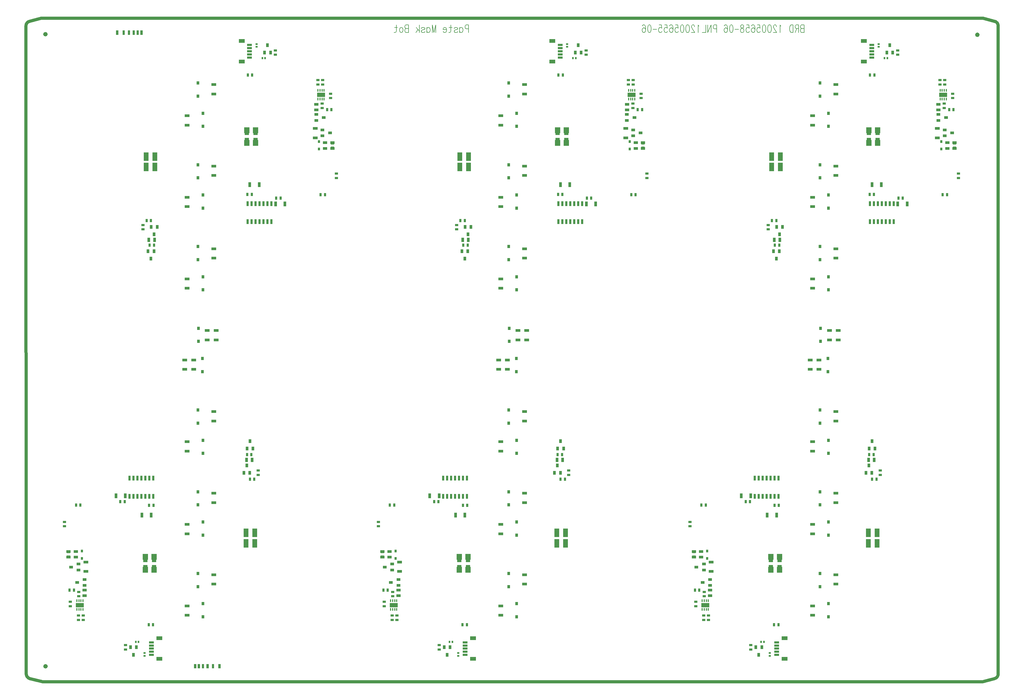
<source format=gbr>
*
G04 Job   : N:\Projects\COMUN\PSA\P07520_P2_Faceplate\C4_Not_Capacitive\12005658-18\panel_12005655\panel_12005655.pnl*
G04 User  : ESSECAE006:bolet001*
G04 Layer : 12005655-06-g12.gbr*
G04 Date  : Thu Mar 12 09:05:55 2020*
G04 equiv. Boardstation g12*
G04 Expedition Layer: Solder Paste - Bottom*
%ICAS*%
%MOIN*%
%FSDAX24Y24*%
%OFA0.0000B0.0000*%
G90*
G74*
%AMVB_RECTANGLE*
21,1,$1,$2,0,0,$3*
%
%ADD11C,0.00591*%
%ADD10C,0.03937*%
%ADD25VB_RECTANGLE,0.02362X0.03150X0.00000*%
%ADD19VB_RECTANGLE,0.02362X0.06102X90.00000*%
%ADD15VB_RECTANGLE,0.02756X0.01969X0.00000*%
%ADD14VB_RECTANGLE,0.02756X0.01969X90.00000*%
%ADD21VB_RECTANGLE,0.03150X0.01575X270.00000*%
%ADD12VB_RECTANGLE,0.03150X0.03937X0.00000*%
%ADD18VB_RECTANGLE,0.03937X0.02756X0.00000*%
%ADD16VB_RECTANGLE,0.03937X0.02756X90.00000*%
%ADD24VB_RECTANGLE,0.04724X0.03150X180.00000*%
%ADD17VB_RECTANGLE,0.04724X0.03150X270.00000*%
%ADD23VB_RECTANGLE,0.05118X0.03150X180.00000*%
%ADD20VB_RECTANGLE,0.05118X0.03150X90.00000*%
%ADD13VB_RECTANGLE,0.05906X0.03150X180.00000*%
%ADD28VB_RECTANGLE,0.05906X0.03150X270.00000*%
%ADD26VB_RECTANGLE,0.06299X0.02362X270.00000*%
%ADD70VB_RECTANGLE,0.07087X0.04724X0.00000*%
%ADD27VB_RECTANGLE,0.07087X0.06693X270.00000*%
%ADD22VB_RECTANGLE,0.09843X0.05118X180.00000*%
%ADD71VB_RECTANGLE,0.10630X0.06299X270.00000*%
G01*
G36*
X-110218Y079424D02*
G03X-110179Y079422I000039J000283D01*
X-109893Y079707J000285*
X-109896Y079746I000286*
G01X-110139*
Y079990*
G03X-110179Y079992I000040J000283*
X-110464Y079707J000285*
X-110462Y079668I000285*
G01X-110218*
Y079424*
Y079990D02*
Y079746D01*
X-110462*
G03X-110464Y079707I000283J000039*
X-110179Y079422I000285*
X-110139Y079424J000285*
G01Y079668*
X-109896*
G03X-109893Y079707I000283J000039*
X-110179Y079992I000286*
X-110218Y079990J000285*
G01X-110211Y-000339D02*
G03X-110172Y-000341I000039J000283D01*
X-109886Y-000056J000285*
X-109889Y-000017I000286*
G01X-110132*
Y000227*
G03X-110172Y000229I000040J000283*
X-110457Y-000056J000285*
X-110454Y-000095I000285*
G01X-110211*
Y-000339*
Y000227D02*
Y-000017D01*
X-110454*
G03X-110457Y-000056I000282J000039*
X-110172Y-000341I000285*
X-110132Y-000339J000285*
G01Y-000095*
X-109889*
G03X-109886Y-000056I000283J000039*
X-110172Y000229I000286*
X-110211Y000227J000285*
G01X-101269Y079626D02*
X-100993D01*
Y080177*
X-101269*
Y079626*
X-100442D02*
X-100167D01*
Y080177*
X-100442*
Y079626*
X-099773D02*
X-099497D01*
Y080177*
X-099773*
Y079626*
X-099182D02*
X-098907D01*
Y080177*
X-099182*
Y079626*
X-098671D02*
X-098395D01*
Y080177*
X-098671*
Y079626*
X-098198D02*
X-097923D01*
Y080177*
X-098198*
Y079626*
X-091435Y-000324D02*
X-091160D01*
Y000228*
X-091435*
Y-000324*
X-090963D02*
X-090687D01*
Y000228*
X-090963*
Y-000324*
X-090451D02*
X-090175D01*
Y000228*
X-090451*
Y-000324*
X-089861D02*
X-089585D01*
Y000228*
X-089861*
Y-000324*
X-089191D02*
X-088916D01*
Y000228*
X-089191*
Y-000324*
X-088364D02*
X-088089D01*
Y000228*
X-088364*
Y-000324*
X007331Y079353D02*
G03X007370Y079350I000039J000282D01*
X007656Y079635J000285*
X007653Y079675I000286*
G01X007410*
Y079918*
G03X007370Y079921I000040J000283*
X007085Y079635J000286*
X007088Y079596I000285*
G01X007331*
Y079353*
Y079918D02*
Y079675D01*
X007088*
G03X007085Y079635I000282J000040*
X007370Y079350I000285*
X007410Y079353J000285*
G01Y079596*
X007653*
G03X007656Y079635I000283J000039*
X007370Y079921I000286*
X007331Y079918J000286*
G37*
G54D10*
G01X009563Y-001602D02*
X008151Y-001987D01*
G02X007995Y-002008I000156J000570*
G01X-110504*
G02X-110658Y-001987J000591*
G01X-112161Y-001602*
G02X-112598Y-001032I000154J000570*
G01Y-001031*
X-112638Y080764*
G02X-112197Y081335I000591J000001*
G01X-110697Y081713*
G02X-110546Y081732I000151J000571*
X-110543J000590*
G01X007953*
G02X008102Y081713I000002J000590*
G01X009563Y081339*
G02X010000Y080768I000154J000571*
G01Y-001031*
Y-001032*
G02X009563Y-001602I000591*
G54D11*
G01X-065924Y080891D02*
Y080100D01*
X-065986Y079966*
X-066101Y079921*
X-066206*
X-065767Y080563D02*
X-066153D01*
X-065245D02*
X-065172Y080518D01*
X-065110Y080428*
X-065078Y080294*
Y080190*
X-065110Y080055*
X-065172Y079966*
X-065245Y079921*
X-065350*
X-065412Y079966*
X-065485Y080055*
X-065517Y080190*
Y080294*
X-065485Y080428*
X-065412Y080518*
X-065350Y080563*
X-065245*
X-064389Y080428D02*
X-064671D01*
X-064765Y080384*
X-064796Y080339*
X-064828Y080249*
Y080100*
X-064796Y080011*
X-064765Y079966*
X-064671Y079921*
X-064389*
Y080905*
X-064671*
X-064765Y080846*
X-064796Y080801*
X-064828Y080712*
Y080622*
X-064796Y080533*
X-064765Y080473*
X-064671Y080428*
X-063408Y080563D02*
X-063011Y080100D01*
X-063168Y080294D02*
X-063450Y079921D01*
X-063011Y080891D02*
Y079921D01*
X-062761Y080428D02*
X-062719Y080518D01*
X-062604Y080563*
X-062479*
X-062354Y080518*
X-062322Y080428*
X-062354Y080339*
X-062437Y080294*
X-062636Y080249*
X-062719Y080190*
X-062761Y080100*
Y080055*
X-062719Y079966*
X-062604Y079921*
X-062479*
X-062354Y079966*
X-062322Y080055*
X-062072Y080428D02*
X-061999Y080518D01*
X-061926Y080563*
X-061811*
X-061738Y080518*
X-061665Y080428*
X-061633Y080294*
Y080190*
X-061665Y080055*
X-061738Y079966*
X-061811Y079921*
X-061926*
X-061999Y079966*
X-062072Y080055*
Y080563D02*
Y079921D01*
X-060944D02*
Y080905D01*
X-061164Y079921*
X-061383Y080905*
Y079921*
X-059567Y080294D02*
X-060005D01*
Y080384*
X-059974Y080473*
X-059932Y080518*
X-059859Y080563*
X-059744*
X-059671Y080518*
X-059598Y080428*
X-059567Y080294*
Y080190*
X-059598Y080055*
X-059671Y079966*
X-059744Y079921*
X-059859*
X-059932Y079966*
X-060005Y080055*
X-059034Y080891D02*
Y080100D01*
X-059097Y079966*
X-059212Y079921*
X-059316*
X-058878Y080563D02*
X-059264D01*
X-058627Y080428D02*
X-058585Y080518D01*
X-058470Y080563*
X-058345*
X-058220Y080518*
X-058189Y080428*
X-058220Y080339*
X-058303Y080294*
X-058502Y080249*
X-058585Y080190*
X-058627Y080100*
Y080055*
X-058585Y079966*
X-058470Y079921*
X-058345*
X-058220Y079966*
X-058189Y080055*
X-057938Y080428D02*
X-057865Y080518D01*
X-057792Y080563*
X-057677*
X-057604Y080518*
X-057531Y080428*
X-057500Y080294*
Y080190*
X-057531Y080055*
X-057604Y079966*
X-057677Y079921*
X-057792*
X-057865Y079966*
X-057938Y080055*
Y080563D02*
Y079921D01*
X-056811D02*
Y080905D01*
X-057093*
X-057186Y080846*
X-057218Y080801*
X-057249Y080712*
Y080577*
X-057218Y080473*
X-057186Y080428*
X-057093Y080384*
X-056811*
X-034878Y080756D02*
X-034846Y080846D01*
X-034742Y080891*
X-034669*
X-034564Y080846*
X-034502Y080712*
X-034471Y080473*
Y080249*
X-034502Y080055*
X-034564Y079966*
X-034669Y079921*
X-034700*
X-034805Y079966*
X-034878Y080055*
X-034909Y080190*
Y080249*
X-034878Y080384*
X-034805Y080473*
X-034700Y080518*
X-034669*
X-034564Y080473*
X-034502Y080384*
X-034471Y080249*
X-033969Y080891D02*
X-033876Y080846D01*
X-033813Y080712*
X-033782Y080473*
Y080339*
X-033813Y080100*
X-033876Y079966*
X-033969Y079921*
X-034032*
X-034126Y079966*
X-034189Y080100*
X-034220Y080339*
Y080473*
X-034189Y080712*
X-034126Y080846*
X-034032Y080891*
X-033969*
X-033093Y080339D02*
X-033531D01*
X-032779Y080891D02*
X-032466D01*
X-032435Y080473*
X-032466Y080518*
X-032560Y080563*
X-032654*
X-032748Y080518*
X-032811Y080428*
X-032842Y080294*
Y080190*
X-032811Y080055*
X-032748Y079966*
X-032654Y079921*
X-032560*
X-032466Y079966*
X-032435Y080011*
X-032404Y080100*
X-032090Y080891D02*
X-031777D01*
X-031746Y080473*
X-031777Y080518*
X-031871Y080563*
X-031965*
X-032059Y080518*
X-032122Y080428*
X-032153Y080294*
Y080190*
X-032122Y080055*
X-032059Y079966*
X-031965Y079921*
X-031871*
X-031777Y079966*
X-031746Y080011*
X-031715Y080100*
X-031433Y080756D02*
X-031402Y080846D01*
X-031297Y080891*
X-031224*
X-031120Y080846*
X-031057Y080712*
X-031026Y080473*
Y080249*
X-031057Y080055*
X-031120Y079966*
X-031224Y079921*
X-031255*
X-031360Y079966*
X-031433Y080055*
X-031464Y080190*
Y080249*
X-031433Y080384*
X-031360Y080473*
X-031255Y080518*
X-031224*
X-031120Y080473*
X-031057Y080384*
X-031026Y080249*
X-030713Y080891D02*
X-030399D01*
X-030368Y080473*
X-030399Y080518*
X-030493Y080563*
X-030587*
X-030681Y080518*
X-030744Y080428*
X-030775Y080294*
Y080190*
X-030744Y080055*
X-030681Y079966*
X-030587Y079921*
X-030493*
X-030399Y079966*
X-030368Y080011*
X-030337Y080100*
X-029836Y080891D02*
X-029742Y080846D01*
X-029679Y080712*
X-029648Y080473*
Y080339*
X-029679Y080100*
X-029742Y079966*
X-029836Y079921*
X-029898*
X-029992Y079966*
X-030055Y080100*
X-030086Y080339*
Y080473*
X-030055Y080712*
X-029992Y080846*
X-029898Y080891*
X-029836*
X-029147D02*
X-029053Y080846D01*
X-028990Y080712*
X-028959Y080473*
Y080339*
X-028990Y080100*
X-029053Y079966*
X-029147Y079921*
X-029209*
X-029303Y079966*
X-029366Y080100*
X-029397Y080339*
Y080473*
X-029366Y080712*
X-029303Y080846*
X-029209Y080891*
X-029147*
X-028301Y080667D02*
Y080712D01*
X-028333Y080801*
X-028364Y080846*
X-028426Y080905*
X-028552*
X-028614Y080846*
X-028646Y080801*
X-028677Y080712*
Y080622*
X-028646Y080533*
X-028583Y080384*
X-028270Y079921*
X-028708*
X-027748Y080712D02*
X-027790Y080756D01*
X-027842Y080891*
Y079921*
X-026892Y080905D02*
Y079921D01*
X-027330*
X-026203D02*
Y080905D01*
X-026641Y079921*
Y080905*
X-025514Y079921D02*
Y080905D01*
X-025796*
X-025890Y080846*
X-025921Y080801*
X-025952Y080712*
Y080577*
X-025921Y080473*
X-025890Y080428*
X-025796Y080384*
X-025514*
X-024543Y080756D02*
X-024512Y080846D01*
X-024408Y080891*
X-024334*
X-024230Y080846*
X-024167Y080712*
X-024136Y080473*
Y080249*
X-024167Y080055*
X-024230Y079966*
X-024334Y079921*
X-024366*
X-024470Y079966*
X-024543Y080055*
X-024575Y080190*
Y080249*
X-024543Y080384*
X-024470Y080473*
X-024366Y080518*
X-024334*
X-024230Y080473*
X-024167Y080384*
X-024136Y080249*
X-023635Y080891D02*
X-023541Y080846D01*
X-023478Y080712*
X-023447Y080473*
Y080339*
X-023478Y080100*
X-023541Y079966*
X-023635Y079921*
X-023698*
X-023792Y079966*
X-023854Y080100*
X-023886Y080339*
Y080473*
X-023854Y080712*
X-023792Y080846*
X-023698Y080891*
X-023635*
X-022758Y080339D02*
X-023197D01*
X-022226Y080891D02*
X-022132Y080846D01*
X-022101Y080756*
Y080667*
X-022132Y080563*
X-022194Y080518*
X-022320Y080473*
X-022414Y080428*
X-022476Y080339*
X-022508Y080249*
Y080100*
X-022476Y080011*
X-022445Y079966*
X-022351Y079921*
X-022226*
X-022132Y079966*
X-022101Y080011*
X-022069Y080100*
Y080249*
X-022101Y080339*
X-022163Y080428*
X-022257Y080473*
X-022382Y080518*
X-022445Y080563*
X-022476Y080667*
Y080756*
X-022445Y080846*
X-022351Y080891*
X-022226*
X-021756D02*
X-021443D01*
X-021412Y080473*
X-021443Y080518*
X-021537Y080563*
X-021631*
X-021725Y080518*
X-021787Y080428*
X-021819Y080294*
Y080190*
X-021787Y080055*
X-021725Y079966*
X-021631Y079921*
X-021537*
X-021443Y079966*
X-021412Y080011*
X-021380Y080100*
X-021098Y080756D02*
X-021067Y080846D01*
X-020963Y080891*
X-020890*
X-020785Y080846*
X-020723Y080712*
X-020691Y080473*
Y080249*
X-020723Y080055*
X-020785Y079966*
X-020890Y079921*
X-020921*
X-021025Y079966*
X-021098Y080055*
X-021130Y080190*
Y080249*
X-021098Y080384*
X-021025Y080473*
X-020921Y080518*
X-020890*
X-020785Y080473*
X-020723Y080384*
X-020691Y080249*
X-020378Y080891D02*
X-020065D01*
X-020034Y080473*
X-020065Y080518*
X-020159Y080563*
X-020253*
X-020347Y080518*
X-020409Y080428*
X-020441Y080294*
Y080190*
X-020409Y080055*
X-020347Y079966*
X-020253Y079921*
X-020159*
X-020065Y079966*
X-020034Y080011*
X-020002Y080100*
X-019501Y080891D02*
X-019407Y080846D01*
X-019345Y080712*
X-019313Y080473*
Y080339*
X-019345Y080100*
X-019407Y079966*
X-019501Y079921*
X-019564*
X-019658Y079966*
X-019720Y080100*
X-019752Y080339*
Y080473*
X-019720Y080712*
X-019658Y080846*
X-019564Y080891*
X-019501*
X-018812D02*
X-018718Y080846D01*
X-018656Y080712*
X-018624Y080473*
Y080339*
X-018656Y080100*
X-018718Y079966*
X-018812Y079921*
X-018875*
X-018969Y079966*
X-019032Y080100*
X-019063Y080339*
Y080473*
X-019032Y080712*
X-018969Y080846*
X-018875Y080891*
X-018812*
X-017967Y080667D02*
Y080712D01*
X-017998Y080801*
X-018029Y080846*
X-018092Y080905*
X-018217*
X-018280Y080846*
X-018311Y080801*
X-018343Y080712*
Y080622*
X-018311Y080533*
X-018249Y080384*
X-017935Y079921*
X-018374*
X-017414Y080712D02*
X-017455Y080756D01*
X-017507Y080891*
Y079921*
X-015869Y080905D02*
X-016088D01*
X-016182Y080846*
X-016244Y080756*
X-016276Y080667*
X-016307Y080533*
Y080294*
X-016276Y080160*
X-016244Y080055*
X-016182Y079966*
X-016088Y079921*
X-015869*
Y080905*
X-015399Y080428D02*
X-015618Y079921D01*
X-015180D02*
Y080905D01*
X-015461*
X-015555Y080846*
X-015587Y080801*
X-015618Y080712*
Y080622*
X-015587Y080533*
X-015555Y080473*
X-015461Y080428*
X-015180*
X-014491D02*
X-014772D01*
X-014866Y080384*
X-014898Y080339*
X-014929Y080249*
Y080100*
X-014898Y080011*
X-014866Y079966*
X-014772Y079921*
X-014491*
Y080905*
X-014772*
X-014866Y080846*
X-014898Y080801*
X-014929Y080712*
Y080622*
X-014898Y080533*
X-014866Y080473*
X-014772Y080428*
G54D12*
X-090938Y030630D03*
Y051260D03*
Y071890D03*
Y020311D03*
Y061575D03*
Y010000D03*
Y032283D03*
Y052913D03*
Y073543D03*
Y021965D03*
Y063228D03*
Y011653D03*
X-090878Y040945D03*
Y042598D03*
X-090366Y037135D03*
Y038788D03*
X-090307Y068080D03*
Y016505D03*
Y057768D03*
Y006190D03*
Y026820D03*
Y047450D03*
Y069733D03*
Y018158D03*
Y059422D03*
Y007843D03*
Y028473D03*
Y049103D03*
X-051752Y030630D03*
Y051260D03*
Y071890D03*
Y020311D03*
Y061575D03*
Y010000D03*
Y032283D03*
Y052913D03*
Y073543D03*
Y021965D03*
Y063228D03*
Y011653D03*
X-051693Y040945D03*
Y042598D03*
X-050788Y037135D03*
Y038788D03*
X-050728Y068080D03*
Y016505D03*
Y057768D03*
Y006190D03*
Y026820D03*
Y047450D03*
Y069733D03*
Y018158D03*
Y059422D03*
Y007843D03*
Y028473D03*
Y049103D03*
X-012461Y030630D03*
Y051260D03*
Y071890D03*
Y020311D03*
Y061575D03*
Y010000D03*
Y032283D03*
Y052913D03*
Y073543D03*
Y021965D03*
Y063228D03*
Y011653D03*
X-012401Y040945D03*
Y042598D03*
X-011484Y037135D03*
Y038788D03*
X-011425Y068080D03*
Y016505D03*
Y057768D03*
Y006190D03*
Y026820D03*
Y047450D03*
Y069733D03*
Y018158D03*
Y059422D03*
Y007843D03*
Y028473D03*
Y049103D03*
G54D13*
X-105085Y011919D03*
Y013100D03*
X-092598Y037418D03*
Y038599D03*
X-092307Y006387D03*
Y007568D03*
Y016662D03*
Y017843D03*
Y027103D03*
Y028284D03*
Y047646D03*
Y048827D03*
Y057957D03*
Y059139D03*
Y068237D03*
Y069418D03*
X-091480Y037418D03*
Y038599D03*
X-089764Y041134D03*
Y042315D03*
X-088938Y010315D03*
Y011496D03*
Y020594D03*
Y021776D03*
Y030906D03*
Y032087D03*
Y051449D03*
Y052630D03*
Y061890D03*
Y063071D03*
Y072165D03*
Y073346D03*
X-088646Y041134D03*
Y042315D03*
X-076160Y066633D03*
Y067814D03*
X-065506Y011919D03*
Y013100D03*
X-053020Y037418D03*
Y038599D03*
X-052728Y006387D03*
Y007568D03*
Y016662D03*
Y017843D03*
Y027103D03*
Y028284D03*
Y047646D03*
Y048827D03*
Y057957D03*
Y059139D03*
Y068237D03*
Y069418D03*
X-051902Y037418D03*
Y038599D03*
X-050579Y041134D03*
Y042315D03*
X-049752Y010315D03*
Y011496D03*
Y020594D03*
Y021776D03*
Y030906D03*
Y032087D03*
Y051449D03*
Y052630D03*
Y061890D03*
Y063071D03*
Y072165D03*
Y073346D03*
X-049461Y041134D03*
Y042315D03*
X-036975Y066633D03*
Y067814D03*
X-026202Y011919D03*
Y013100D03*
X-013716Y037418D03*
Y038599D03*
X-013425Y006387D03*
Y007568D03*
Y016662D03*
Y017843D03*
Y027103D03*
Y028284D03*
Y047646D03*
Y048827D03*
Y057957D03*
Y059139D03*
Y068237D03*
Y069418D03*
X-012598Y037418D03*
Y038599D03*
X-011287Y041134D03*
Y042315D03*
X-010461Y010315D03*
Y011496D03*
Y020594D03*
Y021776D03*
Y030906D03*
Y032087D03*
Y051449D03*
Y052630D03*
Y061890D03*
Y063071D03*
Y072165D03*
Y073346D03*
X-010169Y041134D03*
Y042315D03*
X002317Y066633D03*
Y067814D03*
G54D14*
X-098783Y003031D03*
X-098428D03*
X-082816Y076702D03*
X-082462D03*
X-059204Y003031D03*
X-058850D03*
X-043631Y076702D03*
X-043277D03*
X-019900Y003031D03*
X-019546D03*
X-004339Y076702D03*
X-003985D03*
G54D15*
X-097688Y001263D03*
Y001618D03*
X-083556Y078115D03*
Y078470D03*
X-058109Y001263D03*
Y001618D03*
X-044371Y078115D03*
Y078470D03*
X-018806Y001263D03*
Y001618D03*
X-005079Y078115D03*
Y078470D03*
G54D16*
X-107138Y009543D03*
X-106587D03*
X-106318Y020288D03*
X-105766D03*
X-100728Y020717D03*
X-100177D03*
X-097413Y056190D03*
X-097146Y005184D03*
X-097098Y020254D03*
X-097043Y053084D03*
X-096862Y056190D03*
X-096595Y005184D03*
X-096547Y020254D03*
X-096492Y053084D03*
X-084753Y026649D03*
X-084697Y059479D03*
X-084649Y074549D03*
X-084382Y023543D03*
X-084201Y026649D03*
X-084146Y059479D03*
X-084098Y074549D03*
X-083831Y023543D03*
X-081068Y059016D03*
X-080516D03*
X-075478Y059445D03*
X-074927D03*
X-074658Y070190D03*
X-074107D03*
X-067559Y009543D03*
X-067008D03*
X-066739Y020288D03*
X-066188D03*
X-061150Y020717D03*
X-060598D03*
X-057835Y056190D03*
X-057568Y005184D03*
X-057520Y020254D03*
X-057465Y053084D03*
X-057283Y056190D03*
X-057017Y005184D03*
X-056969Y020254D03*
X-056913Y053084D03*
X-045567Y026649D03*
X-045512Y059479D03*
X-045464Y074549D03*
X-045197Y023543D03*
X-045016Y026649D03*
X-044961Y059479D03*
X-044913Y074549D03*
X-044646Y023543D03*
X-041882Y059016D03*
X-041331D03*
X-036293Y059445D03*
X-035742D03*
X-035472Y070190D03*
X-034921D03*
X-028256Y009543D03*
X-027705D03*
X-027435Y020288D03*
X-026884D03*
X-021846Y020717D03*
X-021295D03*
X-018531Y056190D03*
X-018264Y005184D03*
X-018216Y020254D03*
X-018161Y053084D03*
X-017980Y056190D03*
X-017713Y005184D03*
X-017665Y020254D03*
X-017610Y053084D03*
X-006276Y026649D03*
X-006220Y059479D03*
X-006172Y074549D03*
X-005906Y023543D03*
X-005724Y026649D03*
X-005669Y059479D03*
X-005621Y074549D03*
X-005354Y023543D03*
X-002591Y059016D03*
X-002039D03*
X002999Y059445D03*
X003550D03*
X003819Y070190D03*
X004370D03*
G54D17*
X-099457Y002347D03*
X-099083Y001402D03*
X-098709Y002347D03*
X-097236Y052320D03*
X-096862Y051375D03*
X-096839Y055390D03*
X-096488Y052320D03*
X-096465Y054446D03*
X-096091Y055390D03*
X-085154Y024343D03*
X-084780Y025287D03*
X-084756Y027413D03*
X-084406Y024343D03*
X-084382Y028358D03*
X-084008Y027413D03*
X-082536Y077386D03*
X-082162Y078331D03*
X-081788Y077386D03*
X-059878Y002347D03*
X-059504Y001402D03*
X-059130Y002347D03*
X-057657Y052320D03*
X-057283Y051375D03*
X-057260Y055390D03*
X-056909Y052320D03*
X-056886Y054446D03*
X-056512Y055390D03*
X-045969Y024343D03*
X-045595Y025287D03*
X-045571Y027413D03*
X-045221Y024343D03*
X-045197Y028358D03*
X-044823Y027413D03*
X-043351Y077386D03*
X-042977Y078331D03*
X-042603Y077386D03*
X-020574Y002347D03*
X-020200Y001402D03*
X-019826Y002347D03*
X-018354Y052320D03*
X-017980Y051375D03*
X-017956Y055390D03*
X-017606Y052320D03*
X-017582Y054446D03*
X-017208Y055390D03*
X-006677Y024343D03*
X-006303Y025287D03*
X-006280Y027413D03*
X-005929Y024343D03*
X-005906Y028358D03*
X-005531Y027413D03*
X-004059Y077386D03*
X-003685Y078331D03*
X-003311Y077386D03*
G54D18*
X-107764Y017619D03*
Y018170D03*
X-107263Y013803D03*
Y014354D03*
X-107028Y007536D03*
Y008087D03*
X-106024Y005808D03*
Y006359D03*
X-105971Y008783D03*
Y009334D03*
X-105419Y005808D03*
Y006359D03*
X-100078Y002073D03*
Y002624D03*
X-097886Y055087D03*
Y055639D03*
X-083359Y024094D03*
Y024646D03*
X-081167Y077109D03*
Y077660D03*
X-075826Y073374D03*
Y073925D03*
X-075274Y070399D03*
Y070950D03*
X-075221Y073374D03*
Y073925D03*
X-074217Y071646D03*
Y072197D03*
X-073981Y065379D03*
Y065930D03*
X-073481Y061563D03*
Y062114D03*
X-068185Y017619D03*
Y018170D03*
X-067685Y013803D03*
Y014354D03*
X-067449Y007536D03*
Y008087D03*
X-066445Y005808D03*
Y006359D03*
X-066392Y008783D03*
Y009334D03*
X-065840Y005808D03*
Y006359D03*
X-060499Y002073D03*
Y002624D03*
X-058307Y055087D03*
Y055639D03*
X-044173Y024094D03*
Y024646D03*
X-041982Y077109D03*
Y077660D03*
X-036641Y073374D03*
Y073925D03*
X-036089Y070399D03*
Y070950D03*
X-036036Y073374D03*
Y073925D03*
X-035032Y071646D03*
Y072197D03*
X-034796Y065379D03*
Y065930D03*
X-034295Y061563D03*
Y062114D03*
X-028882Y017619D03*
Y018170D03*
X-028381Y013803D03*
Y014354D03*
X-028145Y007536D03*
Y008087D03*
X-027141Y005808D03*
Y006359D03*
X-027088Y008783D03*
Y009334D03*
X-026536Y005808D03*
Y006359D03*
X-021195Y002073D03*
Y002624D03*
X-019004Y055087D03*
Y055639D03*
X-004882Y024094D03*
Y024646D03*
X-002690Y077109D03*
Y077660D03*
X002651Y073374D03*
Y073925D03*
X003203Y070399D03*
Y070950D03*
X003256Y073374D03*
Y073925D03*
X004260Y071646D03*
Y072197D03*
X004496Y065379D03*
Y065930D03*
X004996Y061563D03*
Y062114D03*
G54D19*
X-096814Y001388D03*
Y001782D03*
Y002176D03*
Y002570D03*
Y002963D03*
X-084430Y076770D03*
Y077163D03*
Y077557D03*
Y077951D03*
Y078345D03*
X-057236Y001388D03*
Y001782D03*
Y002176D03*
Y002570D03*
Y002963D03*
X-045245Y076770D03*
Y077163D03*
Y077557D03*
Y077951D03*
Y078345D03*
X-017932Y001388D03*
Y001782D03*
Y002176D03*
Y002570D03*
Y002963D03*
X-005953Y076770D03*
Y077163D03*
Y077557D03*
Y077951D03*
Y078345D03*
G54D20*
X-097130Y053753D03*
X-096421D03*
X-084823Y025980D03*
X-084115D03*
X-057551Y053753D03*
X-056843D03*
X-045638Y025980D03*
X-044929D03*
X-018248Y053753D03*
X-017539D03*
X-006346Y025980D03*
X-005638D03*
G54D21*
X-106215Y007115D03*
Y008217D03*
X-105959Y007115D03*
Y008217D03*
X-105703Y007115D03*
Y008217D03*
X-105447Y007115D03*
Y008217D03*
X-075798Y071516D03*
Y072618D03*
X-075542Y071516D03*
Y072618D03*
X-075286Y071516D03*
Y072618D03*
X-075030Y071516D03*
Y072618D03*
X-066636Y007115D03*
Y008217D03*
X-066380Y007115D03*
Y008217D03*
X-066124Y007115D03*
Y008217D03*
X-065868Y007115D03*
Y008217D03*
X-036612Y071516D03*
Y072618D03*
X-036357Y071516D03*
Y072618D03*
X-036101Y071516D03*
Y072618D03*
X-035845Y071516D03*
Y072618D03*
X-027332Y007115D03*
Y008217D03*
X-027076Y007115D03*
Y008217D03*
X-026820Y007115D03*
Y008217D03*
X-026565Y007115D03*
Y008217D03*
X002679Y071516D03*
Y072618D03*
X002935Y071516D03*
Y072618D03*
X003191Y071516D03*
Y072618D03*
X003447Y071516D03*
Y072618D03*
G54D22*
X-105831Y007666D03*
X-075414Y072067D03*
X-066252Y007666D03*
X-036229Y072067D03*
X-026948Y007666D03*
X003063Y072067D03*
G54D23*
X-107263Y013724D03*
Y014433D03*
X-106345Y013724D03*
Y014433D03*
X-105236Y008861D03*
Y009569D03*
X-097570Y012561D03*
Y013270D03*
X-096473Y012561D03*
Y013270D03*
X-084772Y066463D03*
Y067172D03*
X-083675Y066463D03*
Y067172D03*
X-076009Y070164D03*
Y070872D03*
X-074900Y065300D03*
Y066009D03*
X-073981Y065300D03*
Y066009D03*
X-067685Y013724D03*
Y014433D03*
X-066766Y013724D03*
Y014433D03*
X-065657Y008861D03*
Y009569D03*
X-057991Y012561D03*
Y013270D03*
X-056894Y012561D03*
Y013270D03*
X-045587Y066463D03*
Y067172D03*
X-044489Y066463D03*
Y067172D03*
X-036824Y070164D03*
Y070872D03*
X-035715Y065300D03*
Y066009D03*
X-034796Y065300D03*
Y066009D03*
X-028381Y013724D03*
Y014433D03*
X-027462Y013724D03*
Y014433D03*
X-026353Y008861D03*
Y009569D03*
X-018688Y012561D03*
Y013270D03*
X-017591Y012561D03*
Y013270D03*
X-006295Y066463D03*
Y067172D03*
X-005198Y066463D03*
Y067172D03*
X002468Y070164D03*
Y070872D03*
X003577Y065300D03*
Y066009D03*
X004496Y065300D03*
Y066009D03*
G54D24*
X-106953Y012469D03*
X-106176Y010525D03*
X-106008Y012095D03*
Y012843D03*
X-105231Y010151D03*
Y010899D03*
X-076014Y068834D03*
Y069582D03*
X-075237Y066890D03*
Y067638D03*
X-075069Y069208D03*
X-074292Y067264D03*
X-067374Y012469D03*
X-066597Y010525D03*
X-066429Y012095D03*
Y012843D03*
X-065652Y010151D03*
Y010899D03*
X-036829Y068834D03*
Y069582D03*
X-036051Y066890D03*
Y067638D03*
X-035884Y069208D03*
X-035107Y067264D03*
X-028070Y012469D03*
X-027293Y010525D03*
X-027126Y012095D03*
Y012843D03*
X-026348Y010151D03*
Y010899D03*
X002463Y068834D03*
Y069582D03*
X003240Y066890D03*
Y067638D03*
X003408Y069208D03*
X004185Y067264D03*
G54D25*
X-105581Y013572D03*
Y014505D03*
X-075664Y065228D03*
Y066161D03*
X-066002Y013572D03*
Y014505D03*
X-036478Y065228D03*
Y066161D03*
X-026699Y013572D03*
Y014505D03*
X002813Y065228D03*
Y066161D03*
G54D26*
X-099583Y021406D03*
Y023690D03*
X-099083Y021406D03*
Y023690D03*
X-098583Y021406D03*
Y023690D03*
X-098083Y021406D03*
Y023690D03*
X-097583Y021406D03*
Y023690D03*
X-097083Y021406D03*
Y023690D03*
X-096583Y021406D03*
Y023690D03*
X-084662Y056043D03*
Y058327D03*
X-084162Y056043D03*
Y058327D03*
X-083662Y056043D03*
Y058327D03*
X-083162Y056043D03*
Y058327D03*
X-082662Y056043D03*
Y058327D03*
X-082162Y056043D03*
Y058327D03*
X-081662Y056043D03*
Y058327D03*
X-060004Y021406D03*
Y023690D03*
X-059504Y021406D03*
Y023690D03*
X-059004Y021406D03*
Y023690D03*
X-058504Y021406D03*
Y023690D03*
X-058004Y021406D03*
Y023690D03*
X-057504Y021406D03*
Y023690D03*
X-057004Y021406D03*
Y023690D03*
X-045477Y056043D03*
Y058327D03*
X-044977Y056043D03*
Y058327D03*
X-044477Y056043D03*
Y058327D03*
X-043977Y056043D03*
Y058327D03*
X-043477Y056043D03*
Y058327D03*
X-042977Y056043D03*
Y058327D03*
X-042477Y056043D03*
Y058327D03*
X-020700Y021406D03*
Y023690D03*
X-020200Y021406D03*
Y023690D03*
X-019700Y021406D03*
Y023690D03*
X-019200Y021406D03*
Y023690D03*
X-018700Y021406D03*
Y023690D03*
X-018200Y021406D03*
Y023690D03*
X-017700Y021406D03*
Y023690D03*
X-006185Y056043D03*
Y058327D03*
X-005685Y056043D03*
Y058327D03*
X-005185Y056043D03*
Y058327D03*
X-004685Y056043D03*
Y058327D03*
X-004185Y056043D03*
Y058327D03*
X-003685Y056043D03*
Y058327D03*
X-003185Y056043D03*
Y058327D03*
G54D27*
X-097570Y012140D03*
Y013754D03*
X-096468Y012140D03*
Y013754D03*
X-084777Y065979D03*
Y067593D03*
X-083675Y065979D03*
Y067593D03*
X-057991Y012140D03*
Y013754D03*
X-056889Y012140D03*
Y013754D03*
X-045592Y065979D03*
Y067593D03*
X-044489Y065979D03*
Y067593D03*
X-018688Y012140D03*
Y013754D03*
X-017585Y012140D03*
Y013754D03*
X-006300Y065979D03*
Y067593D03*
X-005198Y065979D03*
Y067593D03*
G54D28*
X-101283Y021457D03*
X-100102D03*
X-098024Y019009D03*
X-096842D03*
X-084402Y060724D03*
X-083221D03*
X-081142Y058276D03*
X-079961D03*
X-061705Y021457D03*
X-060524D03*
X-058445Y019009D03*
X-057264D03*
X-045217Y060724D03*
X-044036D03*
X-041957Y058276D03*
X-040776D03*
X-022401Y021457D03*
X-021220D03*
X-019141Y019009D03*
X-017960D03*
X-005925Y060724D03*
X-004744D03*
X-002665Y058276D03*
X-001484D03*
G54D70*
X-095820Y000877D03*
Y003475D03*
X-085424Y076258D03*
Y078856D03*
X-056242Y000877D03*
Y003475D03*
X-046239Y076258D03*
Y078856D03*
X-016938Y000877D03*
Y003475D03*
X-006947Y076258D03*
Y078856D03*
G54D71*
X-097476Y062957D03*
Y064272D03*
X-096374Y062957D03*
Y064272D03*
X-084871Y015461D03*
Y016776D03*
X-083768Y015461D03*
Y016776D03*
X-057898Y062957D03*
Y064272D03*
X-056795Y062957D03*
Y064272D03*
X-045685Y015461D03*
Y016776D03*
X-044583Y015461D03*
Y016776D03*
X-018594Y062957D03*
Y064272D03*
X-017492Y062957D03*
Y064272D03*
X-006394Y015461D03*
Y016776D03*
X-005291Y015461D03*
Y016776D03*
M02*

</source>
